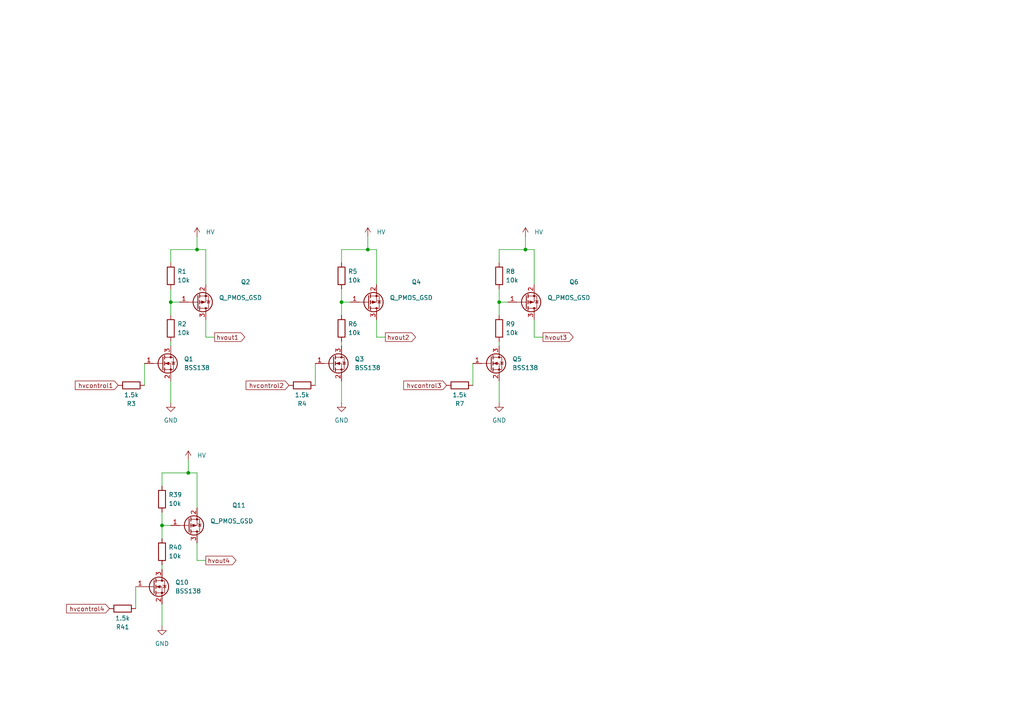
<source format=kicad_sch>
(kicad_sch
	(version 20231120)
	(generator "eeschema")
	(generator_version "8.0")
	(uuid "a2362b97-d29b-4f76-9a0a-8bd8f1455dde")
	(paper "A4")
	(lib_symbols
		(symbol "Device:Q_PMOS_GSD"
			(pin_names
				(offset 0) hide)
			(exclude_from_sim no)
			(in_bom yes)
			(on_board yes)
			(property "Reference" "Q"
				(at 5.08 1.27 0)
				(effects
					(font
						(size 1.27 1.27)
					)
					(justify left)
				)
			)
			(property "Value" "Q_PMOS_GSD"
				(at 5.08 -1.27 0)
				(effects
					(font
						(size 1.27 1.27)
					)
					(justify left)
				)
			)
			(property "Footprint" ""
				(at 5.08 2.54 0)
				(effects
					(font
						(size 1.27 1.27)
					)
					(hide yes)
				)
			)
			(property "Datasheet" "~"
				(at 0 0 0)
				(effects
					(font
						(size 1.27 1.27)
					)
					(hide yes)
				)
			)
			(property "Description" "P-MOSFET transistor, gate/source/drain"
				(at 0 0 0)
				(effects
					(font
						(size 1.27 1.27)
					)
					(hide yes)
				)
			)
			(property "ki_keywords" "transistor PMOS P-MOS P-MOSFET"
				(at 0 0 0)
				(effects
					(font
						(size 1.27 1.27)
					)
					(hide yes)
				)
			)
			(symbol "Q_PMOS_GSD_0_1"
				(polyline
					(pts
						(xy 0.254 0) (xy -2.54 0)
					)
					(stroke
						(width 0)
						(type default)
					)
					(fill
						(type none)
					)
				)
				(polyline
					(pts
						(xy 0.254 1.905) (xy 0.254 -1.905)
					)
					(stroke
						(width 0.254)
						(type default)
					)
					(fill
						(type none)
					)
				)
				(polyline
					(pts
						(xy 0.762 -1.27) (xy 0.762 -2.286)
					)
					(stroke
						(width 0.254)
						(type default)
					)
					(fill
						(type none)
					)
				)
				(polyline
					(pts
						(xy 0.762 0.508) (xy 0.762 -0.508)
					)
					(stroke
						(width 0.254)
						(type default)
					)
					(fill
						(type none)
					)
				)
				(polyline
					(pts
						(xy 0.762 2.286) (xy 0.762 1.27)
					)
					(stroke
						(width 0.254)
						(type default)
					)
					(fill
						(type none)
					)
				)
				(polyline
					(pts
						(xy 2.54 2.54) (xy 2.54 1.778)
					)
					(stroke
						(width 0)
						(type default)
					)
					(fill
						(type none)
					)
				)
				(polyline
					(pts
						(xy 2.54 -2.54) (xy 2.54 0) (xy 0.762 0)
					)
					(stroke
						(width 0)
						(type default)
					)
					(fill
						(type none)
					)
				)
				(polyline
					(pts
						(xy 0.762 1.778) (xy 3.302 1.778) (xy 3.302 -1.778) (xy 0.762 -1.778)
					)
					(stroke
						(width 0)
						(type default)
					)
					(fill
						(type none)
					)
				)
				(polyline
					(pts
						(xy 2.286 0) (xy 1.27 0.381) (xy 1.27 -0.381) (xy 2.286 0)
					)
					(stroke
						(width 0)
						(type default)
					)
					(fill
						(type outline)
					)
				)
				(polyline
					(pts
						(xy 2.794 -0.508) (xy 2.921 -0.381) (xy 3.683 -0.381) (xy 3.81 -0.254)
					)
					(stroke
						(width 0)
						(type default)
					)
					(fill
						(type none)
					)
				)
				(polyline
					(pts
						(xy 3.302 -0.381) (xy 2.921 0.254) (xy 3.683 0.254) (xy 3.302 -0.381)
					)
					(stroke
						(width 0)
						(type default)
					)
					(fill
						(type none)
					)
				)
				(circle
					(center 1.651 0)
					(radius 2.794)
					(stroke
						(width 0.254)
						(type default)
					)
					(fill
						(type none)
					)
				)
				(circle
					(center 2.54 -1.778)
					(radius 0.254)
					(stroke
						(width 0)
						(type default)
					)
					(fill
						(type outline)
					)
				)
				(circle
					(center 2.54 1.778)
					(radius 0.254)
					(stroke
						(width 0)
						(type default)
					)
					(fill
						(type outline)
					)
				)
			)
			(symbol "Q_PMOS_GSD_1_1"
				(pin input line
					(at -5.08 0 0)
					(length 2.54)
					(name "G"
						(effects
							(font
								(size 1.27 1.27)
							)
						)
					)
					(number "1"
						(effects
							(font
								(size 1.27 1.27)
							)
						)
					)
				)
				(pin passive line
					(at 2.54 -5.08 90)
					(length 2.54)
					(name "S"
						(effects
							(font
								(size 1.27 1.27)
							)
						)
					)
					(number "2"
						(effects
							(font
								(size 1.27 1.27)
							)
						)
					)
				)
				(pin passive line
					(at 2.54 5.08 270)
					(length 2.54)
					(name "D"
						(effects
							(font
								(size 1.27 1.27)
							)
						)
					)
					(number "3"
						(effects
							(font
								(size 1.27 1.27)
							)
						)
					)
				)
			)
		)
		(symbol "Device:R"
			(pin_numbers hide)
			(pin_names
				(offset 0)
			)
			(exclude_from_sim no)
			(in_bom yes)
			(on_board yes)
			(property "Reference" "R"
				(at 2.032 0 90)
				(effects
					(font
						(size 1.27 1.27)
					)
				)
			)
			(property "Value" "R"
				(at 0 0 90)
				(effects
					(font
						(size 1.27 1.27)
					)
				)
			)
			(property "Footprint" ""
				(at -1.778 0 90)
				(effects
					(font
						(size 1.27 1.27)
					)
					(hide yes)
				)
			)
			(property "Datasheet" "~"
				(at 0 0 0)
				(effects
					(font
						(size 1.27 1.27)
					)
					(hide yes)
				)
			)
			(property "Description" "Resistor"
				(at 0 0 0)
				(effects
					(font
						(size 1.27 1.27)
					)
					(hide yes)
				)
			)
			(property "ki_keywords" "R res resistor"
				(at 0 0 0)
				(effects
					(font
						(size 1.27 1.27)
					)
					(hide yes)
				)
			)
			(property "ki_fp_filters" "R_*"
				(at 0 0 0)
				(effects
					(font
						(size 1.27 1.27)
					)
					(hide yes)
				)
			)
			(symbol "R_0_1"
				(rectangle
					(start -1.016 -2.54)
					(end 1.016 2.54)
					(stroke
						(width 0.254)
						(type default)
					)
					(fill
						(type none)
					)
				)
			)
			(symbol "R_1_1"
				(pin passive line
					(at 0 3.81 270)
					(length 1.27)
					(name "~"
						(effects
							(font
								(size 1.27 1.27)
							)
						)
					)
					(number "1"
						(effects
							(font
								(size 1.27 1.27)
							)
						)
					)
				)
				(pin passive line
					(at 0 -3.81 90)
					(length 1.27)
					(name "~"
						(effects
							(font
								(size 1.27 1.27)
							)
						)
					)
					(number "2"
						(effects
							(font
								(size 1.27 1.27)
							)
						)
					)
				)
			)
		)
		(symbol "Transistor_FET:BSS138"
			(pin_names hide)
			(exclude_from_sim no)
			(in_bom yes)
			(on_board yes)
			(property "Reference" "Q"
				(at 5.08 1.905 0)
				(effects
					(font
						(size 1.27 1.27)
					)
					(justify left)
				)
			)
			(property "Value" "BSS138"
				(at 5.08 0 0)
				(effects
					(font
						(size 1.27 1.27)
					)
					(justify left)
				)
			)
			(property "Footprint" "Package_TO_SOT_SMD:SOT-23"
				(at 5.08 -1.905 0)
				(effects
					(font
						(size 1.27 1.27)
						(italic yes)
					)
					(justify left)
					(hide yes)
				)
			)
			(property "Datasheet" "https://www.onsemi.com/pub/Collateral/BSS138-D.PDF"
				(at 5.08 -3.81 0)
				(effects
					(font
						(size 1.27 1.27)
					)
					(justify left)
					(hide yes)
				)
			)
			(property "Description" "50V Vds, 0.22A Id, N-Channel MOSFET, SOT-23"
				(at 0 0 0)
				(effects
					(font
						(size 1.27 1.27)
					)
					(hide yes)
				)
			)
			(property "ki_keywords" "N-Channel MOSFET"
				(at 0 0 0)
				(effects
					(font
						(size 1.27 1.27)
					)
					(hide yes)
				)
			)
			(property "ki_fp_filters" "SOT?23*"
				(at 0 0 0)
				(effects
					(font
						(size 1.27 1.27)
					)
					(hide yes)
				)
			)
			(symbol "BSS138_0_1"
				(polyline
					(pts
						(xy 0.254 0) (xy -2.54 0)
					)
					(stroke
						(width 0)
						(type default)
					)
					(fill
						(type none)
					)
				)
				(polyline
					(pts
						(xy 0.254 1.905) (xy 0.254 -1.905)
					)
					(stroke
						(width 0.254)
						(type default)
					)
					(fill
						(type none)
					)
				)
				(polyline
					(pts
						(xy 0.762 -1.27) (xy 0.762 -2.286)
					)
					(stroke
						(width 0.254)
						(type default)
					)
					(fill
						(type none)
					)
				)
				(polyline
					(pts
						(xy 0.762 0.508) (xy 0.762 -0.508)
					)
					(stroke
						(width 0.254)
						(type default)
					)
					(fill
						(type none)
					)
				)
				(polyline
					(pts
						(xy 0.762 2.286) (xy 0.762 1.27)
					)
					(stroke
						(width 0.254)
						(type default)
					)
					(fill
						(type none)
					)
				)
				(polyline
					(pts
						(xy 2.54 2.54) (xy 2.54 1.778)
					)
					(stroke
						(width 0)
						(type default)
					)
					(fill
						(type none)
					)
				)
				(polyline
					(pts
						(xy 2.54 -2.54) (xy 2.54 0) (xy 0.762 0)
					)
					(stroke
						(width 0)
						(type default)
					)
					(fill
						(type none)
					)
				)
				(polyline
					(pts
						(xy 0.762 -1.778) (xy 3.302 -1.778) (xy 3.302 1.778) (xy 0.762 1.778)
					)
					(stroke
						(width 0)
						(type default)
					)
					(fill
						(type none)
					)
				)
				(polyline
					(pts
						(xy 1.016 0) (xy 2.032 0.381) (xy 2.032 -0.381) (xy 1.016 0)
					)
					(stroke
						(width 0)
						(type default)
					)
					(fill
						(type outline)
					)
				)
				(polyline
					(pts
						(xy 2.794 0.508) (xy 2.921 0.381) (xy 3.683 0.381) (xy 3.81 0.254)
					)
					(stroke
						(width 0)
						(type default)
					)
					(fill
						(type none)
					)
				)
				(polyline
					(pts
						(xy 3.302 0.381) (xy 2.921 -0.254) (xy 3.683 -0.254) (xy 3.302 0.381)
					)
					(stroke
						(width 0)
						(type default)
					)
					(fill
						(type none)
					)
				)
				(circle
					(center 1.651 0)
					(radius 2.794)
					(stroke
						(width 0.254)
						(type default)
					)
					(fill
						(type none)
					)
				)
				(circle
					(center 2.54 -1.778)
					(radius 0.254)
					(stroke
						(width 0)
						(type default)
					)
					(fill
						(type outline)
					)
				)
				(circle
					(center 2.54 1.778)
					(radius 0.254)
					(stroke
						(width 0)
						(type default)
					)
					(fill
						(type outline)
					)
				)
			)
			(symbol "BSS138_1_1"
				(pin input line
					(at -5.08 0 0)
					(length 2.54)
					(name "G"
						(effects
							(font
								(size 1.27 1.27)
							)
						)
					)
					(number "1"
						(effects
							(font
								(size 1.27 1.27)
							)
						)
					)
				)
				(pin passive line
					(at 2.54 -5.08 90)
					(length 2.54)
					(name "S"
						(effects
							(font
								(size 1.27 1.27)
							)
						)
					)
					(number "2"
						(effects
							(font
								(size 1.27 1.27)
							)
						)
					)
				)
				(pin passive line
					(at 2.54 5.08 270)
					(length 2.54)
					(name "D"
						(effects
							(font
								(size 1.27 1.27)
							)
						)
					)
					(number "3"
						(effects
							(font
								(size 1.27 1.27)
							)
						)
					)
				)
			)
		)
		(symbol "power:+24V"
			(power)
			(pin_numbers hide)
			(pin_names
				(offset 0) hide)
			(exclude_from_sim no)
			(in_bom yes)
			(on_board yes)
			(property "Reference" "#PWR"
				(at 0 -3.81 0)
				(effects
					(font
						(size 1.27 1.27)
					)
					(hide yes)
				)
			)
			(property "Value" "+24V"
				(at 0 3.556 0)
				(effects
					(font
						(size 1.27 1.27)
					)
				)
			)
			(property "Footprint" ""
				(at 0 0 0)
				(effects
					(font
						(size 1.27 1.27)
					)
					(hide yes)
				)
			)
			(property "Datasheet" ""
				(at 0 0 0)
				(effects
					(font
						(size 1.27 1.27)
					)
					(hide yes)
				)
			)
			(property "Description" "Power symbol creates a global label with name \"+24V\""
				(at 0 0 0)
				(effects
					(font
						(size 1.27 1.27)
					)
					(hide yes)
				)
			)
			(property "ki_keywords" "global power"
				(at 0 0 0)
				(effects
					(font
						(size 1.27 1.27)
					)
					(hide yes)
				)
			)
			(symbol "+24V_0_1"
				(polyline
					(pts
						(xy -0.762 1.27) (xy 0 2.54)
					)
					(stroke
						(width 0)
						(type default)
					)
					(fill
						(type none)
					)
				)
				(polyline
					(pts
						(xy 0 0) (xy 0 2.54)
					)
					(stroke
						(width 0)
						(type default)
					)
					(fill
						(type none)
					)
				)
				(polyline
					(pts
						(xy 0 2.54) (xy 0.762 1.27)
					)
					(stroke
						(width 0)
						(type default)
					)
					(fill
						(type none)
					)
				)
			)
			(symbol "+24V_1_1"
				(pin power_in line
					(at 0 0 90)
					(length 0)
					(name "~"
						(effects
							(font
								(size 1.27 1.27)
							)
						)
					)
					(number "1"
						(effects
							(font
								(size 1.27 1.27)
							)
						)
					)
				)
			)
		)
		(symbol "power:GND"
			(power)
			(pin_numbers hide)
			(pin_names
				(offset 0) hide)
			(exclude_from_sim no)
			(in_bom yes)
			(on_board yes)
			(property "Reference" "#PWR"
				(at 0 -6.35 0)
				(effects
					(font
						(size 1.27 1.27)
					)
					(hide yes)
				)
			)
			(property "Value" "GND"
				(at 0 -3.81 0)
				(effects
					(font
						(size 1.27 1.27)
					)
				)
			)
			(property "Footprint" ""
				(at 0 0 0)
				(effects
					(font
						(size 1.27 1.27)
					)
					(hide yes)
				)
			)
			(property "Datasheet" ""
				(at 0 0 0)
				(effects
					(font
						(size 1.27 1.27)
					)
					(hide yes)
				)
			)
			(property "Description" "Power symbol creates a global label with name \"GND\" , ground"
				(at 0 0 0)
				(effects
					(font
						(size 1.27 1.27)
					)
					(hide yes)
				)
			)
			(property "ki_keywords" "global power"
				(at 0 0 0)
				(effects
					(font
						(size 1.27 1.27)
					)
					(hide yes)
				)
			)
			(symbol "GND_0_1"
				(polyline
					(pts
						(xy 0 0) (xy 0 -1.27) (xy 1.27 -1.27) (xy 0 -2.54) (xy -1.27 -1.27) (xy 0 -1.27)
					)
					(stroke
						(width 0)
						(type default)
					)
					(fill
						(type none)
					)
				)
			)
			(symbol "GND_1_1"
				(pin power_in line
					(at 0 0 270)
					(length 0)
					(name "~"
						(effects
							(font
								(size 1.27 1.27)
							)
						)
					)
					(number "1"
						(effects
							(font
								(size 1.27 1.27)
							)
						)
					)
				)
			)
		)
	)
	(junction
		(at 57.15 72.39)
		(diameter 0)
		(color 0 0 0 0)
		(uuid "0ee08bdd-7188-4d72-a9f7-64b7b7d6fe8b")
	)
	(junction
		(at 99.06 87.63)
		(diameter 0)
		(color 0 0 0 0)
		(uuid "29f71a16-aeb4-4011-a3f4-ba549d43e04d")
	)
	(junction
		(at 106.68 72.39)
		(diameter 0)
		(color 0 0 0 0)
		(uuid "484efa75-98fc-489d-b665-909cc36f3bf6")
	)
	(junction
		(at 46.99 152.4)
		(diameter 0)
		(color 0 0 0 0)
		(uuid "597b63cf-a099-4b48-89ef-7dbd9d8675a4")
	)
	(junction
		(at 152.4 72.39)
		(diameter 0)
		(color 0 0 0 0)
		(uuid "941a4562-df5d-42fe-9ce0-a0ddfeef7ea1")
	)
	(junction
		(at 49.53 87.63)
		(diameter 0)
		(color 0 0 0 0)
		(uuid "bb06acb0-a793-49bd-84de-31ee0c07184d")
	)
	(junction
		(at 144.78 87.63)
		(diameter 0)
		(color 0 0 0 0)
		(uuid "c911aa96-7ba6-452a-b7c8-a62727c2a9dd")
	)
	(junction
		(at 54.61 137.16)
		(diameter 0)
		(color 0 0 0 0)
		(uuid "cfada00f-7fa3-4401-9e83-d5852a5a1ca3")
	)
	(wire
		(pts
			(xy 144.78 83.82) (xy 144.78 87.63)
		)
		(stroke
			(width 0)
			(type default)
		)
		(uuid "060bd17c-24aa-4092-9223-88450382a7a9")
	)
	(wire
		(pts
			(xy 106.68 72.39) (xy 99.06 72.39)
		)
		(stroke
			(width 0)
			(type default)
		)
		(uuid "11327c5b-f233-45fd-afab-f2dbfd7ac227")
	)
	(wire
		(pts
			(xy 99.06 110.49) (xy 99.06 116.84)
		)
		(stroke
			(width 0)
			(type default)
		)
		(uuid "113b7000-fd61-4d4d-8340-c6aca7fdc83c")
	)
	(wire
		(pts
			(xy 59.69 92.71) (xy 59.69 97.79)
		)
		(stroke
			(width 0)
			(type default)
		)
		(uuid "11e9e7da-61a2-4717-ada2-b671130facdb")
	)
	(wire
		(pts
			(xy 54.61 133.35) (xy 54.61 137.16)
		)
		(stroke
			(width 0)
			(type default)
		)
		(uuid "13c18277-0ab8-4204-8fbe-baa90757dc40")
	)
	(wire
		(pts
			(xy 46.99 137.16) (xy 46.99 140.97)
		)
		(stroke
			(width 0)
			(type default)
		)
		(uuid "15c5c852-adca-44b5-96ee-adeaadd747c4")
	)
	(wire
		(pts
			(xy 59.69 72.39) (xy 59.69 82.55)
		)
		(stroke
			(width 0)
			(type default)
		)
		(uuid "1741bc61-0a02-4ba7-9fa3-41b1d9cda603")
	)
	(wire
		(pts
			(xy 154.94 72.39) (xy 154.94 82.55)
		)
		(stroke
			(width 0)
			(type default)
		)
		(uuid "1d800466-1a17-41f7-a33e-9026f3de0562")
	)
	(wire
		(pts
			(xy 144.78 110.49) (xy 144.78 116.84)
		)
		(stroke
			(width 0)
			(type default)
		)
		(uuid "215c50ff-4649-4341-9843-d54932ba75aa")
	)
	(wire
		(pts
			(xy 144.78 87.63) (xy 147.32 87.63)
		)
		(stroke
			(width 0)
			(type default)
		)
		(uuid "2a77cca4-ff2a-4dae-95fd-08a98dc2f874")
	)
	(wire
		(pts
			(xy 46.99 163.83) (xy 46.99 165.1)
		)
		(stroke
			(width 0)
			(type default)
		)
		(uuid "30c74242-13a8-40f8-accc-d1b30b83fe51")
	)
	(wire
		(pts
			(xy 154.94 92.71) (xy 154.94 97.79)
		)
		(stroke
			(width 0)
			(type default)
		)
		(uuid "3339a9d2-bd09-4aee-91ab-a614c32aaad1")
	)
	(wire
		(pts
			(xy 91.44 105.41) (xy 91.44 111.76)
		)
		(stroke
			(width 0)
			(type default)
		)
		(uuid "34ecaaf3-1a72-4ff1-9dd7-50663c24cfab")
	)
	(wire
		(pts
			(xy 99.06 87.63) (xy 101.6 87.63)
		)
		(stroke
			(width 0)
			(type default)
		)
		(uuid "37b081e5-e5a0-40ed-9b46-6905379bd580")
	)
	(wire
		(pts
			(xy 109.22 92.71) (xy 109.22 97.79)
		)
		(stroke
			(width 0)
			(type default)
		)
		(uuid "406191c6-571d-4c7b-be62-a69caebf1fb3")
	)
	(wire
		(pts
			(xy 152.4 72.39) (xy 144.78 72.39)
		)
		(stroke
			(width 0)
			(type default)
		)
		(uuid "433fb248-1648-4893-8d0f-69c050169388")
	)
	(wire
		(pts
			(xy 152.4 72.39) (xy 154.94 72.39)
		)
		(stroke
			(width 0)
			(type default)
		)
		(uuid "44ca7979-d27e-4d5d-b503-75a4739fb6ce")
	)
	(wire
		(pts
			(xy 57.15 157.48) (xy 57.15 162.56)
		)
		(stroke
			(width 0)
			(type default)
		)
		(uuid "4ceed618-ab7e-4a25-9165-85a188994c66")
	)
	(wire
		(pts
			(xy 49.53 87.63) (xy 49.53 91.44)
		)
		(stroke
			(width 0)
			(type default)
		)
		(uuid "4d1c528b-adec-462a-a1d7-af2fa466e42e")
	)
	(wire
		(pts
			(xy 99.06 99.06) (xy 99.06 100.33)
		)
		(stroke
			(width 0)
			(type default)
		)
		(uuid "52c4975e-7e6f-481d-8046-c53848e5740d")
	)
	(wire
		(pts
			(xy 57.15 137.16) (xy 57.15 147.32)
		)
		(stroke
			(width 0)
			(type default)
		)
		(uuid "538267dd-bc01-44e3-8e56-e0d2468c84f6")
	)
	(wire
		(pts
			(xy 49.53 83.82) (xy 49.53 87.63)
		)
		(stroke
			(width 0)
			(type default)
		)
		(uuid "64f15962-6e92-4104-9607-0803bf368b79")
	)
	(wire
		(pts
			(xy 57.15 162.56) (xy 59.69 162.56)
		)
		(stroke
			(width 0)
			(type default)
		)
		(uuid "66888291-9065-47ca-9a82-fc4b8f08d7f2")
	)
	(wire
		(pts
			(xy 106.68 72.39) (xy 109.22 72.39)
		)
		(stroke
			(width 0)
			(type default)
		)
		(uuid "68312460-425f-4d71-abaa-ee38c533b54b")
	)
	(wire
		(pts
			(xy 49.53 72.39) (xy 49.53 76.2)
		)
		(stroke
			(width 0)
			(type default)
		)
		(uuid "6a6319d2-e766-45de-83bb-f4350f2db0d4")
	)
	(wire
		(pts
			(xy 46.99 152.4) (xy 46.99 156.21)
		)
		(stroke
			(width 0)
			(type default)
		)
		(uuid "6d53282e-30f8-4707-9772-9f6eb6d2337c")
	)
	(wire
		(pts
			(xy 46.99 175.26) (xy 46.99 181.61)
		)
		(stroke
			(width 0)
			(type default)
		)
		(uuid "70abcaba-52d6-4cf5-a87b-465ff02bed73")
	)
	(wire
		(pts
			(xy 57.15 68.58) (xy 57.15 72.39)
		)
		(stroke
			(width 0)
			(type default)
		)
		(uuid "722481bd-3a02-4500-959c-729181d98e1d")
	)
	(wire
		(pts
			(xy 54.61 137.16) (xy 46.99 137.16)
		)
		(stroke
			(width 0)
			(type default)
		)
		(uuid "728f8289-ddf6-4f30-9ea4-501ae600936c")
	)
	(wire
		(pts
			(xy 99.06 72.39) (xy 99.06 76.2)
		)
		(stroke
			(width 0)
			(type default)
		)
		(uuid "775b2f1a-62a7-493a-a993-dced9a10f7e0")
	)
	(wire
		(pts
			(xy 54.61 137.16) (xy 57.15 137.16)
		)
		(stroke
			(width 0)
			(type default)
		)
		(uuid "8ab103ab-4a5e-4ec4-b145-bec001f705f8")
	)
	(wire
		(pts
			(xy 49.53 87.63) (xy 52.07 87.63)
		)
		(stroke
			(width 0)
			(type default)
		)
		(uuid "8f6ca151-c1f0-427a-b530-80de5c5df2b9")
	)
	(wire
		(pts
			(xy 57.15 72.39) (xy 59.69 72.39)
		)
		(stroke
			(width 0)
			(type default)
		)
		(uuid "90088ba3-d237-4832-938a-5a5b44ae63f4")
	)
	(wire
		(pts
			(xy 57.15 72.39) (xy 49.53 72.39)
		)
		(stroke
			(width 0)
			(type default)
		)
		(uuid "95cf7f47-394d-4b26-9825-57bbb16098be")
	)
	(wire
		(pts
			(xy 144.78 99.06) (xy 144.78 100.33)
		)
		(stroke
			(width 0)
			(type default)
		)
		(uuid "95fe5c5f-c0eb-4718-8834-f6209a744fac")
	)
	(wire
		(pts
			(xy 99.06 83.82) (xy 99.06 87.63)
		)
		(stroke
			(width 0)
			(type default)
		)
		(uuid "9ca884c4-480b-4b31-9536-cd499b553a9c")
	)
	(wire
		(pts
			(xy 144.78 87.63) (xy 144.78 91.44)
		)
		(stroke
			(width 0)
			(type default)
		)
		(uuid "9d258f3f-a9cb-471e-9697-00bfec305ddf")
	)
	(wire
		(pts
			(xy 109.22 72.39) (xy 109.22 82.55)
		)
		(stroke
			(width 0)
			(type default)
		)
		(uuid "a053f006-e161-400a-9b70-469e40a22f89")
	)
	(wire
		(pts
			(xy 41.91 105.41) (xy 41.91 111.76)
		)
		(stroke
			(width 0)
			(type default)
		)
		(uuid "a702a8a3-012f-4355-b479-01c79f90f48e")
	)
	(wire
		(pts
			(xy 59.69 97.79) (xy 62.23 97.79)
		)
		(stroke
			(width 0)
			(type default)
		)
		(uuid "aae19eea-4412-48cd-8869-0ac0986803e9")
	)
	(wire
		(pts
			(xy 109.22 97.79) (xy 111.76 97.79)
		)
		(stroke
			(width 0)
			(type default)
		)
		(uuid "b625746a-d241-436a-9df6-bc49681f1dfa")
	)
	(wire
		(pts
			(xy 49.53 99.06) (xy 49.53 100.33)
		)
		(stroke
			(width 0)
			(type default)
		)
		(uuid "bd90e9ed-f0b5-43aa-a705-70a4113e8787")
	)
	(wire
		(pts
			(xy 99.06 87.63) (xy 99.06 91.44)
		)
		(stroke
			(width 0)
			(type default)
		)
		(uuid "c6d9a2c8-ba14-4272-b479-dfbd05f735a0")
	)
	(wire
		(pts
			(xy 154.94 97.79) (xy 157.48 97.79)
		)
		(stroke
			(width 0)
			(type default)
		)
		(uuid "c9e23f25-4e47-4dd5-89a8-7c5fcac99e3e")
	)
	(wire
		(pts
			(xy 152.4 68.58) (xy 152.4 72.39)
		)
		(stroke
			(width 0)
			(type default)
		)
		(uuid "cd66ff8c-e5e7-4c9b-a09e-6fa9463cfa56")
	)
	(wire
		(pts
			(xy 39.37 170.18) (xy 39.37 176.53)
		)
		(stroke
			(width 0)
			(type default)
		)
		(uuid "cf9cb26d-b1f5-499e-b42f-aa8a1346d545")
	)
	(wire
		(pts
			(xy 144.78 72.39) (xy 144.78 76.2)
		)
		(stroke
			(width 0)
			(type default)
		)
		(uuid "d16724f8-372b-46e9-9be5-f3e163333142")
	)
	(wire
		(pts
			(xy 106.68 68.58) (xy 106.68 72.39)
		)
		(stroke
			(width 0)
			(type default)
		)
		(uuid "d1b8f010-e5c0-4050-8e59-a34f06505652")
	)
	(wire
		(pts
			(xy 49.53 110.49) (xy 49.53 116.84)
		)
		(stroke
			(width 0)
			(type default)
		)
		(uuid "dde76c3b-ca2e-44b8-8411-b89463ead3e1")
	)
	(wire
		(pts
			(xy 46.99 152.4) (xy 49.53 152.4)
		)
		(stroke
			(width 0)
			(type default)
		)
		(uuid "df600e1f-bd1e-4ffc-a6cf-533d415e64a8")
	)
	(wire
		(pts
			(xy 137.16 105.41) (xy 137.16 111.76)
		)
		(stroke
			(width 0)
			(type default)
		)
		(uuid "df852d56-2c8c-4413-a2c2-049fddaab17a")
	)
	(wire
		(pts
			(xy 46.99 148.59) (xy 46.99 152.4)
		)
		(stroke
			(width 0)
			(type default)
		)
		(uuid "e44065af-14a9-4c3d-bf05-edcb4f914fb9")
	)
	(global_label "hvout2"
		(shape output)
		(at 111.76 97.79 0)
		(fields_autoplaced yes)
		(effects
			(font
				(size 1.27 1.27)
			)
			(justify left)
		)
		(uuid "00fe1eb4-afb0-4333-9de6-f56fc91e82ff")
		(property "Intersheetrefs" "${INTERSHEET_REFS}"
			(at 121.095 97.79 0)
			(effects
				(font
					(size 1.27 1.27)
				)
				(justify left)
				(hide yes)
			)
		)
	)
	(global_label "hvcontrol3"
		(shape input)
		(at 129.54 111.76 180)
		(fields_autoplaced yes)
		(effects
			(font
				(size 1.27 1.27)
			)
			(justify right)
		)
		(uuid "1bf79150-13ba-4479-afc2-60dd37ca290e")
		(property "Intersheetrefs" "${INTERSHEET_REFS}"
			(at 116.516 111.76 0)
			(effects
				(font
					(size 1.27 1.27)
				)
				(justify right)
				(hide yes)
			)
		)
	)
	(global_label "hvcontrol4"
		(shape input)
		(at 31.75 176.53 180)
		(fields_autoplaced yes)
		(effects
			(font
				(size 1.27 1.27)
			)
			(justify right)
		)
		(uuid "224ed662-1ff2-4692-913e-08ecdaaa7f80")
		(property "Intersheetrefs" "${INTERSHEET_REFS}"
			(at 18.726 176.53 0)
			(effects
				(font
					(size 1.27 1.27)
				)
				(justify right)
				(hide yes)
			)
		)
	)
	(global_label "hvout4"
		(shape output)
		(at 59.69 162.56 0)
		(fields_autoplaced yes)
		(effects
			(font
				(size 1.27 1.27)
			)
			(justify left)
		)
		(uuid "3cc29bfe-9e95-4269-acb9-07475658a875")
		(property "Intersheetrefs" "${INTERSHEET_REFS}"
			(at 69.025 162.56 0)
			(effects
				(font
					(size 1.27 1.27)
				)
				(justify left)
				(hide yes)
			)
		)
	)
	(global_label "hvout3"
		(shape output)
		(at 157.48 97.79 0)
		(fields_autoplaced yes)
		(effects
			(font
				(size 1.27 1.27)
			)
			(justify left)
		)
		(uuid "517c640e-c0e5-449e-a1d9-ef8c1488871b")
		(property "Intersheetrefs" "${INTERSHEET_REFS}"
			(at 166.815 97.79 0)
			(effects
				(font
					(size 1.27 1.27)
				)
				(justify left)
				(hide yes)
			)
		)
	)
	(global_label "hvout1"
		(shape output)
		(at 62.23 97.79 0)
		(fields_autoplaced yes)
		(effects
			(font
				(size 1.27 1.27)
			)
			(justify left)
		)
		(uuid "5268fc5a-9653-4ac7-9075-9bd64dde2992")
		(property "Intersheetrefs" "${INTERSHEET_REFS}"
			(at 71.565 97.79 0)
			(effects
				(font
					(size 1.27 1.27)
				)
				(justify left)
				(hide yes)
			)
		)
	)
	(global_label "hvcontrol2"
		(shape input)
		(at 83.82 111.76 180)
		(fields_autoplaced yes)
		(effects
			(font
				(size 1.27 1.27)
			)
			(justify right)
		)
		(uuid "6fe90137-7a27-41ac-8a9c-a26ff04dc5f0")
		(property "Intersheetrefs" "${INTERSHEET_REFS}"
			(at 70.796 111.76 0)
			(effects
				(font
					(size 1.27 1.27)
				)
				(justify right)
				(hide yes)
			)
		)
	)
	(global_label "hvcontrol1"
		(shape input)
		(at 34.29 111.76 180)
		(fields_autoplaced yes)
		(effects
			(font
				(size 1.27 1.27)
			)
			(justify right)
		)
		(uuid "79a45640-18c0-4f01-941a-a610344979f7")
		(property "Intersheetrefs" "${INTERSHEET_REFS}"
			(at 21.266 111.76 0)
			(effects
				(font
					(size 1.27 1.27)
				)
				(justify right)
				(hide yes)
			)
		)
	)
	(symbol
		(lib_id "Device:R")
		(at 46.99 160.02 180)
		(unit 1)
		(exclude_from_sim no)
		(in_bom yes)
		(on_board yes)
		(dnp no)
		(fields_autoplaced yes)
		(uuid "09a8bbd0-3546-46f0-92e2-df479d3a3186")
		(property "Reference" "R40"
			(at 48.895 158.7499 0)
			(effects
				(font
					(size 1.27 1.27)
				)
				(justify right)
			)
		)
		(property "Value" "10k"
			(at 48.895 161.2899 0)
			(effects
				(font
					(size 1.27 1.27)
				)
				(justify right)
			)
		)
		(property "Footprint" "Resistor_SMD:R_0603_1608Metric_Pad0.98x0.95mm_HandSolder"
			(at 48.768 160.02 90)
			(effects
				(font
					(size 1.27 1.27)
				)
				(hide yes)
			)
		)
		(property "Datasheet" "~"
			(at 46.99 160.02 0)
			(effects
				(font
					(size 1.27 1.27)
				)
				(hide yes)
			)
		)
		(property "Description" "Resistor"
			(at 46.99 160.02 0)
			(effects
				(font
					(size 1.27 1.27)
				)
				(hide yes)
			)
		)
		(pin "1"
			(uuid "b7f12698-b2d4-4902-9fed-b4c90fabecf8")
		)
		(pin "2"
			(uuid "df1e57b7-8d62-461c-b59a-852d99e4d9fd")
		)
		(instances
			(project "NEOCERA_jnr_project"
				(path "/a8746ab6-0163-416c-99f9-0036ded73fc6/15a42c98-7d13-43cc-bc93-127d5e629e85"
					(reference "R40")
					(unit 1)
				)
			)
		)
	)
	(symbol
		(lib_id "Device:R")
		(at 99.06 95.25 180)
		(unit 1)
		(exclude_from_sim no)
		(in_bom yes)
		(on_board yes)
		(dnp no)
		(fields_autoplaced yes)
		(uuid "1881c5e6-118e-419c-9b2b-bdc1681427a1")
		(property "Reference" "R6"
			(at 100.965 93.9799 0)
			(effects
				(font
					(size 1.27 1.27)
				)
				(justify right)
			)
		)
		(property "Value" "10k"
			(at 100.965 96.5199 0)
			(effects
				(font
					(size 1.27 1.27)
				)
				(justify right)
			)
		)
		(property "Footprint" "Resistor_SMD:R_0603_1608Metric_Pad0.98x0.95mm_HandSolder"
			(at 100.838 95.25 90)
			(effects
				(font
					(size 1.27 1.27)
				)
				(hide yes)
			)
		)
		(property "Datasheet" "~"
			(at 99.06 95.25 0)
			(effects
				(font
					(size 1.27 1.27)
				)
				(hide yes)
			)
		)
		(property "Description" "Resistor"
			(at 99.06 95.25 0)
			(effects
				(font
					(size 1.27 1.27)
				)
				(hide yes)
			)
		)
		(pin "1"
			(uuid "ba9b4d6f-8150-4e60-9b51-6d2da5c186a9")
		)
		(pin "2"
			(uuid "ab93fc35-a0db-46b0-90c7-83e5d32be2cb")
		)
		(instances
			(project "NEOCERA_jnr_project"
				(path "/a8746ab6-0163-416c-99f9-0036ded73fc6/15a42c98-7d13-43cc-bc93-127d5e629e85"
					(reference "R6")
					(unit 1)
				)
			)
		)
	)
	(symbol
		(lib_id "Device:Q_PMOS_GSD")
		(at 152.4 87.63 0)
		(mirror x)
		(unit 1)
		(exclude_from_sim no)
		(in_bom yes)
		(on_board yes)
		(dnp no)
		(uuid "2254e679-4201-4988-94d0-1dadbd40cc28")
		(property "Reference" "Q6"
			(at 165.1 81.788 0)
			(effects
				(font
					(size 1.27 1.27)
				)
				(justify left)
			)
		)
		(property "Value" "Q_PMOS_GSD"
			(at 158.75 86.3601 0)
			(effects
				(font
					(size 1.27 1.27)
				)
				(justify left)
			)
		)
		(property "Footprint" "Package_TO_SOT_SMD:SOT-23_Handsoldering"
			(at 157.48 90.17 0)
			(effects
				(font
					(size 1.27 1.27)
				)
				(hide yes)
			)
		)
		(property "Datasheet" "~"
			(at 152.4 87.63 0)
			(effects
				(font
					(size 1.27 1.27)
				)
				(hide yes)
			)
		)
		(property "Description" "P-MOSFET transistor, gate/source/drain"
			(at 152.4 87.63 0)
			(effects
				(font
					(size 1.27 1.27)
				)
				(hide yes)
			)
		)
		(pin "2"
			(uuid "d116f519-4bbf-4aca-ace3-557c4a23a9f3")
		)
		(pin "1"
			(uuid "2f054ef1-b8e4-480c-86b0-524dae535c87")
		)
		(pin "3"
			(uuid "cb3eed34-84b9-4364-add3-da34e4ed986f")
		)
		(instances
			(project "NEOCERA_jnr_project"
				(path "/a8746ab6-0163-416c-99f9-0036ded73fc6/15a42c98-7d13-43cc-bc93-127d5e629e85"
					(reference "Q6")
					(unit 1)
				)
			)
		)
	)
	(symbol
		(lib_id "Device:R")
		(at 35.56 176.53 90)
		(unit 1)
		(exclude_from_sim no)
		(in_bom yes)
		(on_board yes)
		(dnp no)
		(uuid "2519d30e-3c1c-4896-88ae-e5f29926cc09")
		(property "Reference" "R41"
			(at 35.56 181.864 90)
			(effects
				(font
					(size 1.27 1.27)
				)
			)
		)
		(property "Value" "1.5k"
			(at 35.56 179.324 90)
			(effects
				(font
					(size 1.27 1.27)
				)
			)
		)
		(property "Footprint" "Resistor_SMD:R_0603_1608Metric_Pad0.98x0.95mm_HandSolder"
			(at 35.56 178.308 90)
			(effects
				(font
					(size 1.27 1.27)
				)
				(hide yes)
			)
		)
		(property "Datasheet" "~"
			(at 35.56 176.53 0)
			(effects
				(font
					(size 1.27 1.27)
				)
				(hide yes)
			)
		)
		(property "Description" "Resistor"
			(at 35.56 176.53 0)
			(effects
				(font
					(size 1.27 1.27)
				)
				(hide yes)
			)
		)
		(pin "1"
			(uuid "60ac3355-22df-461a-bb22-c2e460f138ad")
		)
		(pin "2"
			(uuid "7e2d5930-ebe1-491b-89bf-4b5fd15175d1")
		)
		(instances
			(project "NEOCERA_jnr_project"
				(path "/a8746ab6-0163-416c-99f9-0036ded73fc6/15a42c98-7d13-43cc-bc93-127d5e629e85"
					(reference "R41")
					(unit 1)
				)
			)
		)
	)
	(symbol
		(lib_id "power:+24V")
		(at 106.68 68.58 0)
		(unit 1)
		(exclude_from_sim no)
		(in_bom yes)
		(on_board yes)
		(dnp no)
		(fields_autoplaced yes)
		(uuid "2a9810f4-daa2-4029-bba7-92ac232a7d08")
		(property "Reference" "#PWR06"
			(at 106.68 72.39 0)
			(effects
				(font
					(size 1.27 1.27)
				)
				(hide yes)
			)
		)
		(property "Value" "HV"
			(at 109.22 67.3099 0)
			(effects
				(font
					(size 1.27 1.27)
				)
				(justify left)
			)
		)
		(property "Footprint" ""
			(at 106.68 68.58 0)
			(effects
				(font
					(size 1.27 1.27)
				)
				(hide yes)
			)
		)
		(property "Datasheet" ""
			(at 106.68 68.58 0)
			(effects
				(font
					(size 1.27 1.27)
				)
				(hide yes)
			)
		)
		(property "Description" "Power symbol creates a global label with name \"+24V\""
			(at 106.68 68.58 0)
			(effects
				(font
					(size 1.27 1.27)
				)
				(hide yes)
			)
		)
		(pin "1"
			(uuid "3fee446c-b50d-4910-b0a0-0a97ba84a4d0")
		)
		(instances
			(project "NEOCERA_jnr_project"
				(path "/a8746ab6-0163-416c-99f9-0036ded73fc6/15a42c98-7d13-43cc-bc93-127d5e629e85"
					(reference "#PWR06")
					(unit 1)
				)
			)
		)
	)
	(symbol
		(lib_id "power:GND")
		(at 144.78 116.84 0)
		(unit 1)
		(exclude_from_sim no)
		(in_bom yes)
		(on_board yes)
		(dnp no)
		(fields_autoplaced yes)
		(uuid "3381cffe-8ac7-40b0-aa9f-a1a6226665df")
		(property "Reference" "#PWR07"
			(at 144.78 123.19 0)
			(effects
				(font
					(size 1.27 1.27)
				)
				(hide yes)
			)
		)
		(property "Value" "GND"
			(at 144.78 121.92 0)
			(effects
				(font
					(size 1.27 1.27)
				)
			)
		)
		(property "Footprint" ""
			(at 144.78 116.84 0)
			(effects
				(font
					(size 1.27 1.27)
				)
				(hide yes)
			)
		)
		(property "Datasheet" ""
			(at 144.78 116.84 0)
			(effects
				(font
					(size 1.27 1.27)
				)
				(hide yes)
			)
		)
		(property "Description" "Power symbol creates a global label with name \"GND\" , ground"
			(at 144.78 116.84 0)
			(effects
				(font
					(size 1.27 1.27)
				)
				(hide yes)
			)
		)
		(pin "1"
			(uuid "df02c50f-5f5b-4807-8295-410b7f474917")
		)
		(instances
			(project "NEOCERA_jnr_project"
				(path "/a8746ab6-0163-416c-99f9-0036ded73fc6/15a42c98-7d13-43cc-bc93-127d5e629e85"
					(reference "#PWR07")
					(unit 1)
				)
			)
		)
	)
	(symbol
		(lib_id "Device:Q_PMOS_GSD")
		(at 54.61 152.4 0)
		(mirror x)
		(unit 1)
		(exclude_from_sim no)
		(in_bom yes)
		(on_board yes)
		(dnp no)
		(uuid "355fbdb3-360d-469f-aa47-76f78fdbc96c")
		(property "Reference" "Q11"
			(at 67.31 146.558 0)
			(effects
				(font
					(size 1.27 1.27)
				)
				(justify left)
			)
		)
		(property "Value" "Q_PMOS_GSD"
			(at 60.96 151.1301 0)
			(effects
				(font
					(size 1.27 1.27)
				)
				(justify left)
			)
		)
		(property "Footprint" "Package_TO_SOT_SMD:SOT-23_Handsoldering"
			(at 59.69 154.94 0)
			(effects
				(font
					(size 1.27 1.27)
				)
				(hide yes)
			)
		)
		(property "Datasheet" "~"
			(at 54.61 152.4 0)
			(effects
				(font
					(size 1.27 1.27)
				)
				(hide yes)
			)
		)
		(property "Description" "P-MOSFET transistor, gate/source/drain"
			(at 54.61 152.4 0)
			(effects
				(font
					(size 1.27 1.27)
				)
				(hide yes)
			)
		)
		(pin "2"
			(uuid "d4896775-97a3-4302-be61-39f21cf1fc4c")
		)
		(pin "1"
			(uuid "03f059ec-3151-4bc4-8966-9178c0229553")
		)
		(pin "3"
			(uuid "e676dd1d-b345-4747-b04b-cbf33be17d4a")
		)
		(instances
			(project "NEOCERA_jnr_project"
				(path "/a8746ab6-0163-416c-99f9-0036ded73fc6/15a42c98-7d13-43cc-bc93-127d5e629e85"
					(reference "Q11")
					(unit 1)
				)
			)
		)
	)
	(symbol
		(lib_id "Transistor_FET:BSS138")
		(at 142.24 105.41 0)
		(unit 1)
		(exclude_from_sim no)
		(in_bom yes)
		(on_board yes)
		(dnp no)
		(fields_autoplaced yes)
		(uuid "3cdf0f56-6608-453a-9ea4-f5b09c16fec8")
		(property "Reference" "Q5"
			(at 148.59 104.1399 0)
			(effects
				(font
					(size 1.27 1.27)
				)
				(justify left)
			)
		)
		(property "Value" "BSS138"
			(at 148.59 106.6799 0)
			(effects
				(font
					(size 1.27 1.27)
				)
				(justify left)
			)
		)
		(property "Footprint" "Package_TO_SOT_SMD:SOT-23_Handsoldering"
			(at 147.32 107.315 0)
			(effects
				(font
					(size 1.27 1.27)
					(italic yes)
				)
				(justify left)
				(hide yes)
			)
		)
		(property "Datasheet" "https://www.onsemi.com/pub/Collateral/BSS138-D.PDF"
			(at 147.32 109.22 0)
			(effects
				(font
					(size 1.27 1.27)
				)
				(justify left)
				(hide yes)
			)
		)
		(property "Description" "50V Vds, 0.22A Id, N-Channel MOSFET, SOT-23"
			(at 142.24 105.41 0)
			(effects
				(font
					(size 1.27 1.27)
				)
				(hide yes)
			)
		)
		(pin "3"
			(uuid "4f189bdf-a3a4-4afb-bf8d-9e836ccf86d3")
		)
		(pin "1"
			(uuid "cc5016b1-76a7-487e-aca6-8f67b950817e")
		)
		(pin "2"
			(uuid "412f23b0-73cf-47a8-a32b-723be8a59e3b")
		)
		(instances
			(project "NEOCERA_jnr_project"
				(path "/a8746ab6-0163-416c-99f9-0036ded73fc6/15a42c98-7d13-43cc-bc93-127d5e629e85"
					(reference "Q5")
					(unit 1)
				)
			)
		)
	)
	(symbol
		(lib_id "Device:Q_PMOS_GSD")
		(at 57.15 87.63 0)
		(mirror x)
		(unit 1)
		(exclude_from_sim no)
		(in_bom yes)
		(on_board yes)
		(dnp no)
		(uuid "3d5b5d5d-0d35-4652-922e-c337bfddff22")
		(property "Reference" "Q2"
			(at 69.85 81.788 0)
			(effects
				(font
					(size 1.27 1.27)
				)
				(justify left)
			)
		)
		(property "Value" "Q_PMOS_GSD"
			(at 63.5 86.3601 0)
			(effects
				(font
					(size 1.27 1.27)
				)
				(justify left)
			)
		)
		(property "Footprint" "Package_TO_SOT_SMD:SOT-23_Handsoldering"
			(at 62.23 90.17 0)
			(effects
				(font
					(size 1.27 1.27)
				)
				(hide yes)
			)
		)
		(property "Datasheet" "~"
			(at 57.15 87.63 0)
			(effects
				(font
					(size 1.27 1.27)
				)
				(hide yes)
			)
		)
		(property "Description" "P-MOSFET transistor, gate/source/drain"
			(at 57.15 87.63 0)
			(effects
				(font
					(size 1.27 1.27)
				)
				(hide yes)
			)
		)
		(pin "2"
			(uuid "da1174ac-b90c-4bd5-a9fb-56971e9bbb7d")
		)
		(pin "1"
			(uuid "8ac5e9c6-f8f2-40cc-929f-d420d254124f")
		)
		(pin "3"
			(uuid "6aa99cde-332c-4cea-8e4a-5d17fe7750ac")
		)
		(instances
			(project ""
				(path "/a8746ab6-0163-416c-99f9-0036ded73fc6/15a42c98-7d13-43cc-bc93-127d5e629e85"
					(reference "Q2")
					(unit 1)
				)
			)
		)
	)
	(symbol
		(lib_id "Transistor_FET:BSS138")
		(at 46.99 105.41 0)
		(unit 1)
		(exclude_from_sim no)
		(in_bom yes)
		(on_board yes)
		(dnp no)
		(fields_autoplaced yes)
		(uuid "3f3fa405-c8d9-4e57-a98c-b351ee690d75")
		(property "Reference" "Q1"
			(at 53.34 104.1399 0)
			(effects
				(font
					(size 1.27 1.27)
				)
				(justify left)
			)
		)
		(property "Value" "BSS138"
			(at 53.34 106.6799 0)
			(effects
				(font
					(size 1.27 1.27)
				)
				(justify left)
			)
		)
		(property "Footprint" "Package_TO_SOT_SMD:SOT-23_Handsoldering"
			(at 52.07 107.315 0)
			(effects
				(font
					(size 1.27 1.27)
					(italic yes)
				)
				(justify left)
				(hide yes)
			)
		)
		(property "Datasheet" "https://www.onsemi.com/pub/Collateral/BSS138-D.PDF"
			(at 52.07 109.22 0)
			(effects
				(font
					(size 1.27 1.27)
				)
				(justify left)
				(hide yes)
			)
		)
		(property "Description" "50V Vds, 0.22A Id, N-Channel MOSFET, SOT-23"
			(at 46.99 105.41 0)
			(effects
				(font
					(size 1.27 1.27)
				)
				(hide yes)
			)
		)
		(pin "3"
			(uuid "6ac82a44-9808-434d-952b-4019b29b9ac7")
		)
		(pin "1"
			(uuid "88b60b74-ddb8-4c2b-b845-8f3cbca43478")
		)
		(pin "2"
			(uuid "87386ddc-3a24-4f7d-85c5-480ea6840391")
		)
		(instances
			(project ""
				(path "/a8746ab6-0163-416c-99f9-0036ded73fc6/15a42c98-7d13-43cc-bc93-127d5e629e85"
					(reference "Q1")
					(unit 1)
				)
			)
		)
	)
	(symbol
		(lib_id "power:GND")
		(at 49.53 116.84 0)
		(unit 1)
		(exclude_from_sim no)
		(in_bom yes)
		(on_board yes)
		(dnp no)
		(fields_autoplaced yes)
		(uuid "40a01b3a-0853-4756-b20d-a8c6409e47c6")
		(property "Reference" "#PWR03"
			(at 49.53 123.19 0)
			(effects
				(font
					(size 1.27 1.27)
				)
				(hide yes)
			)
		)
		(property "Value" "GND"
			(at 49.53 121.92 0)
			(effects
				(font
					(size 1.27 1.27)
				)
			)
		)
		(property "Footprint" ""
			(at 49.53 116.84 0)
			(effects
				(font
					(size 1.27 1.27)
				)
				(hide yes)
			)
		)
		(property "Datasheet" ""
			(at 49.53 116.84 0)
			(effects
				(font
					(size 1.27 1.27)
				)
				(hide yes)
			)
		)
		(property "Description" "Power symbol creates a global label with name \"GND\" , ground"
			(at 49.53 116.84 0)
			(effects
				(font
					(size 1.27 1.27)
				)
				(hide yes)
			)
		)
		(pin "1"
			(uuid "9611900c-c196-4e60-8284-0cbefb94cb76")
		)
		(instances
			(project "NEOCERA_jnr_project"
				(path "/a8746ab6-0163-416c-99f9-0036ded73fc6/15a42c98-7d13-43cc-bc93-127d5e629e85"
					(reference "#PWR03")
					(unit 1)
				)
			)
		)
	)
	(symbol
		(lib_id "power:GND")
		(at 46.99 181.61 0)
		(unit 1)
		(exclude_from_sim no)
		(in_bom yes)
		(on_board yes)
		(dnp no)
		(fields_autoplaced yes)
		(uuid "462d9b67-92df-4513-b9e8-eeb220c78863")
		(property "Reference" "#PWR078"
			(at 46.99 187.96 0)
			(effects
				(font
					(size 1.27 1.27)
				)
				(hide yes)
			)
		)
		(property "Value" "GND"
			(at 46.99 186.69 0)
			(effects
				(font
					(size 1.27 1.27)
				)
			)
		)
		(property "Footprint" ""
			(at 46.99 181.61 0)
			(effects
				(font
					(size 1.27 1.27)
				)
				(hide yes)
			)
		)
		(property "Datasheet" ""
			(at 46.99 181.61 0)
			(effects
				(font
					(size 1.27 1.27)
				)
				(hide yes)
			)
		)
		(property "Description" "Power symbol creates a global label with name \"GND\" , ground"
			(at 46.99 181.61 0)
			(effects
				(font
					(size 1.27 1.27)
				)
				(hide yes)
			)
		)
		(pin "1"
			(uuid "54f64b66-88a7-40eb-8140-906d80f4269f")
		)
		(instances
			(project "NEOCERA_jnr_project"
				(path "/a8746ab6-0163-416c-99f9-0036ded73fc6/15a42c98-7d13-43cc-bc93-127d5e629e85"
					(reference "#PWR078")
					(unit 1)
				)
			)
		)
	)
	(symbol
		(lib_id "Device:R")
		(at 99.06 80.01 0)
		(unit 1)
		(exclude_from_sim no)
		(in_bom yes)
		(on_board yes)
		(dnp no)
		(fields_autoplaced yes)
		(uuid "4cb030d6-93ce-4056-9c83-eecc6b86eb1f")
		(property "Reference" "R5"
			(at 100.965 78.7399 0)
			(effects
				(font
					(size 1.27 1.27)
				)
				(justify left)
			)
		)
		(property "Value" "10k"
			(at 100.965 81.2799 0)
			(effects
				(font
					(size 1.27 1.27)
				)
				(justify left)
			)
		)
		(property "Footprint" "Resistor_SMD:R_0603_1608Metric_Pad0.98x0.95mm_HandSolder"
			(at 97.282 80.01 90)
			(effects
				(font
					(size 1.27 1.27)
				)
				(hide yes)
			)
		)
		(property "Datasheet" "~"
			(at 99.06 80.01 0)
			(effects
				(font
					(size 1.27 1.27)
				)
				(hide yes)
			)
		)
		(property "Description" "Resistor"
			(at 99.06 80.01 0)
			(effects
				(font
					(size 1.27 1.27)
				)
				(hide yes)
			)
		)
		(pin "1"
			(uuid "379a9845-e7d5-4126-83d4-53be5de855ac")
		)
		(pin "2"
			(uuid "e7d8a954-9e54-44b9-adac-b0cc127cc224")
		)
		(instances
			(project "NEOCERA_jnr_project"
				(path "/a8746ab6-0163-416c-99f9-0036ded73fc6/15a42c98-7d13-43cc-bc93-127d5e629e85"
					(reference "R5")
					(unit 1)
				)
			)
		)
	)
	(symbol
		(lib_id "Device:Q_PMOS_GSD")
		(at 106.68 87.63 0)
		(mirror x)
		(unit 1)
		(exclude_from_sim no)
		(in_bom yes)
		(on_board yes)
		(dnp no)
		(uuid "5df7deb4-522f-40f1-9755-8ce944eec9df")
		(property "Reference" "Q4"
			(at 119.38 81.788 0)
			(effects
				(font
					(size 1.27 1.27)
				)
				(justify left)
			)
		)
		(property "Value" "Q_PMOS_GSD"
			(at 113.03 86.3601 0)
			(effects
				(font
					(size 1.27 1.27)
				)
				(justify left)
			)
		)
		(property "Footprint" "Package_TO_SOT_SMD:SOT-23_Handsoldering"
			(at 111.76 90.17 0)
			(effects
				(font
					(size 1.27 1.27)
				)
				(hide yes)
			)
		)
		(property "Datasheet" "~"
			(at 106.68 87.63 0)
			(effects
				(font
					(size 1.27 1.27)
				)
				(hide yes)
			)
		)
		(property "Description" "P-MOSFET transistor, gate/source/drain"
			(at 106.68 87.63 0)
			(effects
				(font
					(size 1.27 1.27)
				)
				(hide yes)
			)
		)
		(pin "2"
			(uuid "b4274093-166d-4753-835a-5f8c5a36a8b3")
		)
		(pin "1"
			(uuid "a751d666-6b99-4797-a121-a5e90ebeeea6")
		)
		(pin "3"
			(uuid "6fc38cc5-42b4-4826-85d3-7dfb82013bda")
		)
		(instances
			(project "NEOCERA_jnr_project"
				(path "/a8746ab6-0163-416c-99f9-0036ded73fc6/15a42c98-7d13-43cc-bc93-127d5e629e85"
					(reference "Q4")
					(unit 1)
				)
			)
		)
	)
	(symbol
		(lib_id "Device:R")
		(at 38.1 111.76 90)
		(unit 1)
		(exclude_from_sim no)
		(in_bom yes)
		(on_board yes)
		(dnp no)
		(uuid "5f0c58d1-02c0-46e7-b2b0-ebcd725ff3b1")
		(property "Reference" "R3"
			(at 38.1 117.094 90)
			(effects
				(font
					(size 1.27 1.27)
				)
			)
		)
		(property "Value" "1.5k"
			(at 38.1 114.554 90)
			(effects
				(font
					(size 1.27 1.27)
				)
			)
		)
		(property "Footprint" "Resistor_SMD:R_0603_1608Metric_Pad0.98x0.95mm_HandSolder"
			(at 38.1 113.538 90)
			(effects
				(font
					(size 1.27 1.27)
				)
				(hide yes)
			)
		)
		(property "Datasheet" "~"
			(at 38.1 111.76 0)
			(effects
				(font
					(size 1.27 1.27)
				)
				(hide yes)
			)
		)
		(property "Description" "Resistor"
			(at 38.1 111.76 0)
			(effects
				(font
					(size 1.27 1.27)
				)
				(hide yes)
			)
		)
		(pin "1"
			(uuid "ffc70f74-1124-4e53-b09a-b8d8541cfafd")
		)
		(pin "2"
			(uuid "d39ac3d6-36b4-4055-8f75-41c8aab68ffa")
		)
		(instances
			(project "NEOCERA_jnr_project"
				(path "/a8746ab6-0163-416c-99f9-0036ded73fc6/15a42c98-7d13-43cc-bc93-127d5e629e85"
					(reference "R3")
					(unit 1)
				)
			)
		)
	)
	(symbol
		(lib_id "power:GND")
		(at 99.06 116.84 0)
		(unit 1)
		(exclude_from_sim no)
		(in_bom yes)
		(on_board yes)
		(dnp no)
		(fields_autoplaced yes)
		(uuid "62bfcdc0-30ac-405c-adda-97a2cedb4024")
		(property "Reference" "#PWR05"
			(at 99.06 123.19 0)
			(effects
				(font
					(size 1.27 1.27)
				)
				(hide yes)
			)
		)
		(property "Value" "GND"
			(at 99.06 121.92 0)
			(effects
				(font
					(size 1.27 1.27)
				)
			)
		)
		(property "Footprint" ""
			(at 99.06 116.84 0)
			(effects
				(font
					(size 1.27 1.27)
				)
				(hide yes)
			)
		)
		(property "Datasheet" ""
			(at 99.06 116.84 0)
			(effects
				(font
					(size 1.27 1.27)
				)
				(hide yes)
			)
		)
		(property "Description" "Power symbol creates a global label with name \"GND\" , ground"
			(at 99.06 116.84 0)
			(effects
				(font
					(size 1.27 1.27)
				)
				(hide yes)
			)
		)
		(pin "1"
			(uuid "7b951a8a-0581-44a0-bae7-e376e83e031a")
		)
		(instances
			(project "NEOCERA_jnr_project"
				(path "/a8746ab6-0163-416c-99f9-0036ded73fc6/15a42c98-7d13-43cc-bc93-127d5e629e85"
					(reference "#PWR05")
					(unit 1)
				)
			)
		)
	)
	(symbol
		(lib_id "Device:R")
		(at 87.63 111.76 90)
		(unit 1)
		(exclude_from_sim no)
		(in_bom yes)
		(on_board yes)
		(dnp no)
		(uuid "6d260d78-5f87-4b1f-acae-b19a3538d870")
		(property "Reference" "R4"
			(at 87.63 117.094 90)
			(effects
				(font
					(size 1.27 1.27)
				)
			)
		)
		(property "Value" "1.5k"
			(at 87.63 114.554 90)
			(effects
				(font
					(size 1.27 1.27)
				)
			)
		)
		(property "Footprint" "Resistor_SMD:R_0603_1608Metric_Pad0.98x0.95mm_HandSolder"
			(at 87.63 113.538 90)
			(effects
				(font
					(size 1.27 1.27)
				)
				(hide yes)
			)
		)
		(property "Datasheet" "~"
			(at 87.63 111.76 0)
			(effects
				(font
					(size 1.27 1.27)
				)
				(hide yes)
			)
		)
		(property "Description" "Resistor"
			(at 87.63 111.76 0)
			(effects
				(font
					(size 1.27 1.27)
				)
				(hide yes)
			)
		)
		(pin "1"
			(uuid "38d38abd-eb16-4917-b08f-72e790f0dfa3")
		)
		(pin "2"
			(uuid "9a3b0a10-c224-40a7-b190-a31e28a0a673")
		)
		(instances
			(project "NEOCERA_jnr_project"
				(path "/a8746ab6-0163-416c-99f9-0036ded73fc6/15a42c98-7d13-43cc-bc93-127d5e629e85"
					(reference "R4")
					(unit 1)
				)
			)
		)
	)
	(symbol
		(lib_id "Transistor_FET:BSS138")
		(at 44.45 170.18 0)
		(unit 1)
		(exclude_from_sim no)
		(in_bom yes)
		(on_board yes)
		(dnp no)
		(fields_autoplaced yes)
		(uuid "729a3967-5be4-4ba0-bae0-2f3c290fdd80")
		(property "Reference" "Q10"
			(at 50.8 168.9099 0)
			(effects
				(font
					(size 1.27 1.27)
				)
				(justify left)
			)
		)
		(property "Value" "BSS138"
			(at 50.8 171.4499 0)
			(effects
				(font
					(size 1.27 1.27)
				)
				(justify left)
			)
		)
		(property "Footprint" "Package_TO_SOT_SMD:SOT-23_Handsoldering"
			(at 49.53 172.085 0)
			(effects
				(font
					(size 1.27 1.27)
					(italic yes)
				)
				(justify left)
				(hide yes)
			)
		)
		(property "Datasheet" "https://www.onsemi.com/pub/Collateral/BSS138-D.PDF"
			(at 49.53 173.99 0)
			(effects
				(font
					(size 1.27 1.27)
				)
				(justify left)
				(hide yes)
			)
		)
		(property "Description" "50V Vds, 0.22A Id, N-Channel MOSFET, SOT-23"
			(at 44.45 170.18 0)
			(effects
				(font
					(size 1.27 1.27)
				)
				(hide yes)
			)
		)
		(pin "3"
			(uuid "39c51d52-59fa-4be7-95eb-8cf56b8a58e0")
		)
		(pin "1"
			(uuid "da3334a8-189f-4c34-b870-8714120567b3")
		)
		(pin "2"
			(uuid "5b087291-ab7d-4a48-9afb-be7f8afb7387")
		)
		(instances
			(project "NEOCERA_jnr_project"
				(path "/a8746ab6-0163-416c-99f9-0036ded73fc6/15a42c98-7d13-43cc-bc93-127d5e629e85"
					(reference "Q10")
					(unit 1)
				)
			)
		)
	)
	(symbol
		(lib_id "power:+24V")
		(at 57.15 68.58 0)
		(unit 1)
		(exclude_from_sim no)
		(in_bom yes)
		(on_board yes)
		(dnp no)
		(fields_autoplaced yes)
		(uuid "7469d7c0-0eab-4983-a01f-249c35bd7396")
		(property "Reference" "#PWR04"
			(at 57.15 72.39 0)
			(effects
				(font
					(size 1.27 1.27)
				)
				(hide yes)
			)
		)
		(property "Value" "HV"
			(at 59.69 67.3099 0)
			(effects
				(font
					(size 1.27 1.27)
				)
				(justify left)
			)
		)
		(property "Footprint" ""
			(at 57.15 68.58 0)
			(effects
				(font
					(size 1.27 1.27)
				)
				(hide yes)
			)
		)
		(property "Datasheet" ""
			(at 57.15 68.58 0)
			(effects
				(font
					(size 1.27 1.27)
				)
				(hide yes)
			)
		)
		(property "Description" "Power symbol creates a global label with name \"+24V\""
			(at 57.15 68.58 0)
			(effects
				(font
					(size 1.27 1.27)
				)
				(hide yes)
			)
		)
		(pin "1"
			(uuid "8d526b94-0f58-41b9-8e52-4bed64ad73d1")
		)
		(instances
			(project ""
				(path "/a8746ab6-0163-416c-99f9-0036ded73fc6/15a42c98-7d13-43cc-bc93-127d5e629e85"
					(reference "#PWR04")
					(unit 1)
				)
			)
		)
	)
	(symbol
		(lib_id "power:+24V")
		(at 54.61 133.35 0)
		(unit 1)
		(exclude_from_sim no)
		(in_bom yes)
		(on_board yes)
		(dnp no)
		(fields_autoplaced yes)
		(uuid "76f50b4d-7667-4341-bec8-a350ebe38037")
		(property "Reference" "#PWR079"
			(at 54.61 137.16 0)
			(effects
				(font
					(size 1.27 1.27)
				)
				(hide yes)
			)
		)
		(property "Value" "HV"
			(at 57.15 132.0799 0)
			(effects
				(font
					(size 1.27 1.27)
				)
				(justify left)
			)
		)
		(property "Footprint" ""
			(at 54.61 133.35 0)
			(effects
				(font
					(size 1.27 1.27)
				)
				(hide yes)
			)
		)
		(property "Datasheet" ""
			(at 54.61 133.35 0)
			(effects
				(font
					(size 1.27 1.27)
				)
				(hide yes)
			)
		)
		(property "Description" "Power symbol creates a global label with name \"+24V\""
			(at 54.61 133.35 0)
			(effects
				(font
					(size 1.27 1.27)
				)
				(hide yes)
			)
		)
		(pin "1"
			(uuid "d152f36f-8a46-4209-bec5-87934a15e49d")
		)
		(instances
			(project "NEOCERA_jnr_project"
				(path "/a8746ab6-0163-416c-99f9-0036ded73fc6/15a42c98-7d13-43cc-bc93-127d5e629e85"
					(reference "#PWR079")
					(unit 1)
				)
			)
		)
	)
	(symbol
		(lib_id "Device:R")
		(at 144.78 95.25 180)
		(unit 1)
		(exclude_from_sim no)
		(in_bom yes)
		(on_board yes)
		(dnp no)
		(fields_autoplaced yes)
		(uuid "bab98961-9fda-41fe-9d1c-97caf59a0b72")
		(property "Reference" "R9"
			(at 146.685 93.9799 0)
			(effects
				(font
					(size 1.27 1.27)
				)
				(justify right)
			)
		)
		(property "Value" "10k"
			(at 146.685 96.5199 0)
			(effects
				(font
					(size 1.27 1.27)
				)
				(justify right)
			)
		)
		(property "Footprint" "Resistor_SMD:R_0603_1608Metric_Pad0.98x0.95mm_HandSolder"
			(at 146.558 95.25 90)
			(effects
				(font
					(size 1.27 1.27)
				)
				(hide yes)
			)
		)
		(property "Datasheet" "~"
			(at 144.78 95.25 0)
			(effects
				(font
					(size 1.27 1.27)
				)
				(hide yes)
			)
		)
		(property "Description" "Resistor"
			(at 144.78 95.25 0)
			(effects
				(font
					(size 1.27 1.27)
				)
				(hide yes)
			)
		)
		(pin "1"
			(uuid "00dc63c9-bf06-4f07-bcb5-ac2050a586c2")
		)
		(pin "2"
			(uuid "f2d1efa8-fd58-4ca7-928d-1ec37b083f83")
		)
		(instances
			(project "NEOCERA_jnr_project"
				(path "/a8746ab6-0163-416c-99f9-0036ded73fc6/15a42c98-7d13-43cc-bc93-127d5e629e85"
					(reference "R9")
					(unit 1)
				)
			)
		)
	)
	(symbol
		(lib_id "Device:R")
		(at 49.53 80.01 0)
		(unit 1)
		(exclude_from_sim no)
		(in_bom yes)
		(on_board yes)
		(dnp no)
		(fields_autoplaced yes)
		(uuid "bb9514a5-798b-46ae-84ef-2b227129f26e")
		(property "Reference" "R1"
			(at 51.435 78.7399 0)
			(effects
				(font
					(size 1.27 1.27)
				)
				(justify left)
			)
		)
		(property "Value" "10k"
			(at 51.435 81.2799 0)
			(effects
				(font
					(size 1.27 1.27)
				)
				(justify left)
			)
		)
		(property "Footprint" "Resistor_SMD:R_0603_1608Metric_Pad0.98x0.95mm_HandSolder"
			(at 47.752 80.01 90)
			(effects
				(font
					(size 1.27 1.27)
				)
				(hide yes)
			)
		)
		(property "Datasheet" "~"
			(at 49.53 80.01 0)
			(effects
				(font
					(size 1.27 1.27)
				)
				(hide yes)
			)
		)
		(property "Description" "Resistor"
			(at 49.53 80.01 0)
			(effects
				(font
					(size 1.27 1.27)
				)
				(hide yes)
			)
		)
		(pin "1"
			(uuid "2f99a68d-1fbb-4796-978d-cd1f0b6b933c")
		)
		(pin "2"
			(uuid "314f7505-70bb-46a0-bb2c-9ba0b9f906d1")
		)
		(instances
			(project ""
				(path "/a8746ab6-0163-416c-99f9-0036ded73fc6/15a42c98-7d13-43cc-bc93-127d5e629e85"
					(reference "R1")
					(unit 1)
				)
			)
		)
	)
	(symbol
		(lib_id "power:+24V")
		(at 152.4 68.58 0)
		(unit 1)
		(exclude_from_sim no)
		(in_bom yes)
		(on_board yes)
		(dnp no)
		(fields_autoplaced yes)
		(uuid "cd6c494d-62c9-445a-9ada-1bb19a02acf2")
		(property "Reference" "#PWR08"
			(at 152.4 72.39 0)
			(effects
				(font
					(size 1.27 1.27)
				)
				(hide yes)
			)
		)
		(property "Value" "HV"
			(at 154.94 67.3099 0)
			(effects
				(font
					(size 1.27 1.27)
				)
				(justify left)
			)
		)
		(property "Footprint" ""
			(at 152.4 68.58 0)
			(effects
				(font
					(size 1.27 1.27)
				)
				(hide yes)
			)
		)
		(property "Datasheet" ""
			(at 152.4 68.58 0)
			(effects
				(font
					(size 1.27 1.27)
				)
				(hide yes)
			)
		)
		(property "Description" "Power symbol creates a global label with name \"+24V\""
			(at 152.4 68.58 0)
			(effects
				(font
					(size 1.27 1.27)
				)
				(hide yes)
			)
		)
		(pin "1"
			(uuid "5de8e7fe-b947-4bd8-b950-72f5b5d88cb4")
		)
		(instances
			(project "NEOCERA_jnr_project"
				(path "/a8746ab6-0163-416c-99f9-0036ded73fc6/15a42c98-7d13-43cc-bc93-127d5e629e85"
					(reference "#PWR08")
					(unit 1)
				)
			)
		)
	)
	(symbol
		(lib_id "Device:R")
		(at 133.35 111.76 90)
		(unit 1)
		(exclude_from_sim no)
		(in_bom yes)
		(on_board yes)
		(dnp no)
		(uuid "d97f4564-1646-4d1f-9d93-c9f7c34d1837")
		(property "Reference" "R7"
			(at 133.35 117.094 90)
			(effects
				(font
					(size 1.27 1.27)
				)
			)
		)
		(property "Value" "1.5k"
			(at 133.35 114.554 90)
			(effects
				(font
					(size 1.27 1.27)
				)
			)
		)
		(property "Footprint" "Resistor_SMD:R_0603_1608Metric_Pad0.98x0.95mm_HandSolder"
			(at 133.35 113.538 90)
			(effects
				(font
					(size 1.27 1.27)
				)
				(hide yes)
			)
		)
		(property "Datasheet" "~"
			(at 133.35 111.76 0)
			(effects
				(font
					(size 1.27 1.27)
				)
				(hide yes)
			)
		)
		(property "Description" "Resistor"
			(at 133.35 111.76 0)
			(effects
				(font
					(size 1.27 1.27)
				)
				(hide yes)
			)
		)
		(pin "1"
			(uuid "a64a8173-5f62-4142-ac86-20e8f6ae3faf")
		)
		(pin "2"
			(uuid "55f52e91-b1dd-4bb5-8761-804e4bf4a4c5")
		)
		(instances
			(project "NEOCERA_jnr_project"
				(path "/a8746ab6-0163-416c-99f9-0036ded73fc6/15a42c98-7d13-43cc-bc93-127d5e629e85"
					(reference "R7")
					(unit 1)
				)
			)
		)
	)
	(symbol
		(lib_id "Transistor_FET:BSS138")
		(at 96.52 105.41 0)
		(unit 1)
		(exclude_from_sim no)
		(in_bom yes)
		(on_board yes)
		(dnp no)
		(fields_autoplaced yes)
		(uuid "dd20802c-b860-4e71-a526-c0b00b70c934")
		(property "Reference" "Q3"
			(at 102.87 104.1399 0)
			(effects
				(font
					(size 1.27 1.27)
				)
				(justify left)
			)
		)
		(property "Value" "BSS138"
			(at 102.87 106.6799 0)
			(effects
				(font
					(size 1.27 1.27)
				)
				(justify left)
			)
		)
		(property "Footprint" "Package_TO_SOT_SMD:SOT-23_Handsoldering"
			(at 101.6 107.315 0)
			(effects
				(font
					(size 1.27 1.27)
					(italic yes)
				)
				(justify left)
				(hide yes)
			)
		)
		(property "Datasheet" "https://www.onsemi.com/pub/Collateral/BSS138-D.PDF"
			(at 101.6 109.22 0)
			(effects
				(font
					(size 1.27 1.27)
				)
				(justify left)
				(hide yes)
			)
		)
		(property "Description" "50V Vds, 0.22A Id, N-Channel MOSFET, SOT-23"
			(at 96.52 105.41 0)
			(effects
				(font
					(size 1.27 1.27)
				)
				(hide yes)
			)
		)
		(pin "3"
			(uuid "2f2c5164-a10b-43bd-8413-fcdd274fd4ac")
		)
		(pin "1"
			(uuid "1558ab4b-185a-462c-838a-f72f3745b78b")
		)
		(pin "2"
			(uuid "8ac9eee9-4d3f-4c47-a623-c1d6618314f4")
		)
		(instances
			(project "NEOCERA_jnr_project"
				(path "/a8746ab6-0163-416c-99f9-0036ded73fc6/15a42c98-7d13-43cc-bc93-127d5e629e85"
					(reference "Q3")
					(unit 1)
				)
			)
		)
	)
	(symbol
		(lib_id "Device:R")
		(at 49.53 95.25 180)
		(unit 1)
		(exclude_from_sim no)
		(in_bom yes)
		(on_board yes)
		(dnp no)
		(fields_autoplaced yes)
		(uuid "def41cdf-b68f-4e2f-a166-8d844025dd57")
		(property "Reference" "R2"
			(at 51.435 93.9799 0)
			(effects
				(font
					(size 1.27 1.27)
				)
				(justify right)
			)
		)
		(property "Value" "10k"
			(at 51.435 96.5199 0)
			(effects
				(font
					(size 1.27 1.27)
				)
				(justify right)
			)
		)
		(property "Footprint" "Resistor_SMD:R_0603_1608Metric_Pad0.98x0.95mm_HandSolder"
			(at 51.308 95.25 90)
			(effects
				(font
					(size 1.27 1.27)
				)
				(hide yes)
			)
		)
		(property "Datasheet" "~"
			(at 49.53 95.25 0)
			(effects
				(font
					(size 1.27 1.27)
				)
				(hide yes)
			)
		)
		(property "Description" "Resistor"
			(at 49.53 95.25 0)
			(effects
				(font
					(size 1.27 1.27)
				)
				(hide yes)
			)
		)
		(pin "1"
			(uuid "1cfd6c50-dc2a-4d2d-a1c4-5ad5f853cda6")
		)
		(pin "2"
			(uuid "0e35c7fc-7c83-4a14-9511-151130d175bf")
		)
		(instances
			(project "NEOCERA_jnr_project"
				(path "/a8746ab6-0163-416c-99f9-0036ded73fc6/15a42c98-7d13-43cc-bc93-127d5e629e85"
					(reference "R2")
					(unit 1)
				)
			)
		)
	)
	(symbol
		(lib_id "Device:R")
		(at 144.78 80.01 0)
		(unit 1)
		(exclude_from_sim no)
		(in_bom yes)
		(on_board yes)
		(dnp no)
		(fields_autoplaced yes)
		(uuid "e36d4c7c-fc8b-4ea3-9d48-285d2e8f6bff")
		(property "Reference" "R8"
			(at 146.685 78.7399 0)
			(effects
				(font
					(size 1.27 1.27)
				)
				(justify left)
			)
		)
		(property "Value" "10k"
			(at 146.685 81.2799 0)
			(effects
				(font
					(size 1.27 1.27)
				)
				(justify left)
			)
		)
		(property "Footprint" "Resistor_SMD:R_0603_1608Metric_Pad0.98x0.95mm_HandSolder"
			(at 143.002 80.01 90)
			(effects
				(font
					(size 1.27 1.27)
				)
				(hide yes)
			)
		)
		(property "Datasheet" "~"
			(at 144.78 80.01 0)
			(effects
				(font
					(size 1.27 1.27)
				)
				(hide yes)
			)
		)
		(property "Description" "Resistor"
			(at 144.78 80.01 0)
			(effects
				(font
					(size 1.27 1.27)
				)
				(hide yes)
			)
		)
		(pin "1"
			(uuid "3169debf-f547-4dd9-87c9-09907437c17f")
		)
		(pin "2"
			(uuid "386066fb-a0f6-4b7b-bdd3-a31a71dfe91b")
		)
		(instances
			(project "NEOCERA_jnr_project"
				(path "/a8746ab6-0163-416c-99f9-0036ded73fc6/15a42c98-7d13-43cc-bc93-127d5e629e85"
					(reference "R8")
					(unit 1)
				)
			)
		)
	)
	(symbol
		(lib_id "Device:R")
		(at 46.99 144.78 0)
		(unit 1)
		(exclude_from_sim no)
		(in_bom yes)
		(on_board yes)
		(dnp no)
		(fields_autoplaced yes)
		(uuid "ebe2a7b7-5dd2-4478-bb9b-906f90c38a0f")
		(property "Reference" "R39"
			(at 48.895 143.5099 0)
			(effects
				(font
					(size 1.27 1.27)
				)
				(justify left)
			)
		)
		(property "Value" "10k"
			(at 48.895 146.0499 0)
			(effects
				(font
					(size 1.27 1.27)
				)
				(justify left)
			)
		)
		(property "Footprint" "Resistor_SMD:R_0603_1608Metric_Pad0.98x0.95mm_HandSolder"
			(at 45.212 144.78 90)
			(effects
				(font
					(size 1.27 1.27)
				)
				(hide yes)
			)
		)
		(property "Datasheet" "~"
			(at 46.99 144.78 0)
			(effects
				(font
					(size 1.27 1.27)
				)
				(hide yes)
			)
		)
		(property "Description" "Resistor"
			(at 46.99 144.78 0)
			(effects
				(font
					(size 1.27 1.27)
				)
				(hide yes)
			)
		)
		(pin "1"
			(uuid "d742c4b8-94c8-451e-94b9-ebe059800a92")
		)
		(pin "2"
			(uuid "269dd097-f6d4-4ec3-bc73-1b6bf7945646")
		)
		(instances
			(project "NEOCERA_jnr_project"
				(path "/a8746ab6-0163-416c-99f9-0036ded73fc6/15a42c98-7d13-43cc-bc93-127d5e629e85"
					(reference "R39")
					(unit 1)
				)
			)
		)
	)
)

</source>
